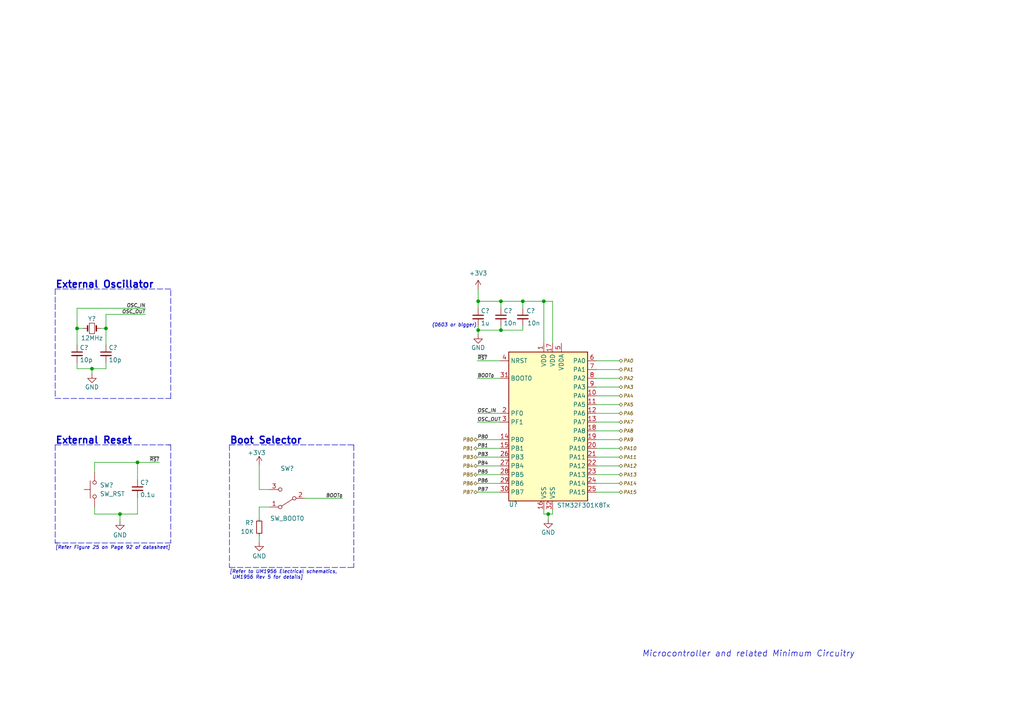
<source format=kicad_sch>
(kicad_sch (version 20211123) (generator eeschema)
  (paper "A4")
  (lib_symbols
    (symbol "Device:C_Small" (pin_numbers hide) (pin_names (offset 0.254) hide)
      (property "Reference" "C" (at 0.254 1.778 0))
      (property "Value" "C_Small" (at 0.254 -2.032 0))
      (symbol "C_Small_0_1"
        (polyline (pts (xy -1.524 -0.508) (xy 1.524 -0.508)) (stroke (width 0.3302)))
        (polyline (pts (xy -1.524 0.508) (xy 1.524 0.508)) (stroke (width 0.3048)))
      )
      (symbol "C_Small_1_1"
        (pin passive line (at 0 2.54 270) (length 2.032) (name "~") (number "1"))
        (pin passive line (at 0 -2.54 90) (length 2.032) (name "~") (number "2"))
      )
    )
    (symbol "Device:Crystal_Small" (pin_numbers hide) (pin_names (offset 1.016) hide)
      (property "Reference" "Y" (at 0 2.54 0))
      (property "Value" "Crystal_Small" (at 0 -2.54 0))
      (symbol "Crystal_Small_0_1"
        (rectangle (start -0.762 -1.524) (end 0.762 1.524))
        (polyline (pts (xy -1.27 -0.762) (xy -1.27 0.762)) (stroke (width 0.381)))
        (polyline (pts (xy 1.27 -0.762) (xy 1.27 0.762)) (stroke (width 0.381)))
      )
      (symbol "Crystal_Small_1_1"
        (pin passive line (at -2.54 0 0) (length 1.27) (name "1") (number "1"))
        (pin passive line (at 2.54 0 180) (length 1.27) (name "2") (number "2"))
      )
    )
    (symbol "Device:R_Small" (pin_numbers hide) (pin_names (offset 0.254) hide)
      (property "Reference" "R" (at 0.762 0.508 0))
      (property "Value" "R_Small" (at 0.762 -1.016 0))
      (symbol "R_Small_0_1"
        (rectangle (start -0.762 1.778) (end 0.762 -1.778) (stroke (width 0.2032)))
      )
      (symbol "R_Small_1_1"
        (pin passive line (at 0 2.54 270) (length 0.762) (name "~") (number "1"))
        (pin passive line (at 0 -2.54 90) (length 0.762) (name "~") (number "2"))
      )
    )
    (symbol "MCU_ST_STM32F3:STM32F301K8Tx"
      (property "Reference" "U" (at -12.7 21.59 0))
      (property "Value" "STM32F301K8Tx" (at 5.08 21.59 0))
      (symbol "STM32F301K8Tx_0_1"
        (rectangle (start -12.7 -22.86) (end 10.16 20.32) (stroke (width 0.254)) (fill (type background)))
      )
      (symbol "STM32F301K8Tx_1_1"
        (pin power_in line (at -2.54 22.86 270) (length 2.54) (name "VDD") (number "1"))
        (pin bidirectional line (at 12.7 7.62 180) (length 2.54) (name "PA4") (number "10"))
        (pin bidirectional line (at 12.7 5.08 180) (length 2.54) (name "PA5") (number "11"))
        (pin bidirectional line (at 12.7 2.54 180) (length 2.54) (name "PA6") (number "12"))
        (pin bidirectional line (at 12.7 0 180) (length 2.54) (name "PA7") (number "13"))
        (pin bidirectional line (at -15.24 -5.08 0) (length 2.54) (name "PB0") (number "14"))
        (pin bidirectional line (at -15.24 -7.62 0) (length 2.54) (name "PB1") (number "15"))
        (pin power_in line (at -2.54 -25.4 90) (length 2.54) (name "VSS") (number "16"))
        (pin power_in line (at 0 22.86 270) (length 2.54) (name "VDD") (number "17"))
        (pin bidirectional line (at 12.7 -2.54 180) (length 2.54) (name "PA8") (number "18"))
        (pin bidirectional line (at 12.7 -5.08 180) (length 2.54) (name "PA9") (number "19"))
        (pin input line (at -15.24 2.54 0) (length 2.54) (name "PF0") (number "2"))
        (pin bidirectional line (at 12.7 -7.62 180) (length 2.54) (name "PA10") (number "20"))
        (pin bidirectional line (at 12.7 -10.16 180) (length 2.54) (name "PA11") (number "21"))
        (pin bidirectional line (at 12.7 -12.7 180) (length 2.54) (name "PA12") (number "22"))
        (pin bidirectional line (at 12.7 -15.24 180) (length 2.54) (name "PA13") (number "23"))
        (pin bidirectional line (at 12.7 -17.78 180) (length 2.54) (name "PA14") (number "24"))
        (pin bidirectional line (at 12.7 -20.32 180) (length 2.54) (name "PA15") (number "25"))
        (pin bidirectional line (at -15.24 -10.16 0) (length 2.54) (name "PB3") (number "26"))
        (pin bidirectional line (at -15.24 -12.7 0) (length 2.54) (name "PB4") (number "27"))
        (pin bidirectional line (at -15.24 -15.24 0) (length 2.54) (name "PB5") (number "28"))
        (pin bidirectional line (at -15.24 -17.78 0) (length 2.54) (name "PB6") (number "29"))
        (pin input line (at -15.24 0 0) (length 2.54) (name "PF1") (number "3"))
        (pin bidirectional line (at -15.24 -20.32 0) (length 2.54) (name "PB7") (number "30"))
        (pin input line (at -15.24 12.7 0) (length 2.54) (name "BOOT0") (number "31"))
        (pin power_in line (at 0 -25.4 90) (length 2.54) (name "VSS") (number "32"))
        (pin input line (at -15.24 17.78 0) (length 2.54) (name "NRST") (number "4"))
        (pin power_in line (at 2.54 22.86 270) (length 2.54) (name "VDDA") (number "5"))
        (pin bidirectional line (at 12.7 17.78 180) (length 2.54) (name "PA0") (number "6"))
        (pin bidirectional line (at 12.7 15.24 180) (length 2.54) (name "PA1") (number "7"))
        (pin bidirectional line (at 12.7 12.7 180) (length 2.54) (name "PA2") (number "8"))
        (pin bidirectional line (at 12.7 10.16 180) (length 2.54) (name "PA3") (number "9"))
      )
    )
    (symbol "Switch:SW_Push" (pin_numbers hide) (pin_names (offset 1.016) hide)
      (property "Reference" "SW" (at 1.27 2.54 0))
      (property "Value" "SW_Push" (at 0 -1.524 0))
      (symbol "SW_Push_0_1"
        (circle (center -2.032 0) (radius 0.508))
        (polyline (pts (xy 0 1.27) (xy 0 3.048)))
        (polyline (pts (xy 2.54 1.27) (xy -2.54 1.27)))
        (circle (center 2.032 0) (radius 0.508))
        (pin passive line (at -5.08 0 0) (length 2.54) (name "1") (number "1"))
        (pin passive line (at 5.08 0 180) (length 2.54) (name "2") (number "2"))
      )
    )
    (symbol "Switch:SW_SPDT" (pin_names (offset 0) hide)
      (property "Reference" "SW" (at 0 4.318 0))
      (property "Value" "SW_SPDT" (at 0 -5.08 0))
      (symbol "SW_SPDT_0_0"
        (circle (center -2.032 0) (radius 0.508))
        (circle (center 2.032 -2.54) (radius 0.508))
      )
      (symbol "SW_SPDT_0_1"
        (polyline (pts (xy -1.524 0.254) (xy 1.651 2.286)))
        (circle (center 2.032 2.54) (radius 0.508))
      )
      (symbol "SW_SPDT_1_1"
        (pin passive line (at 5.08 2.54 180) (length 2.54) (name "A") (number "1"))
        (pin passive line (at -5.08 0 0) (length 2.54) (name "B") (number "2"))
        (pin passive line (at 5.08 -2.54 180) (length 2.54) (name "C") (number "3"))
      )
    )
    (symbol "power:+3V3" (power) (pin_names (offset 0))
      (property "Value" "+3V3" (at 0 3.556 0))
      (symbol "+3V3_0_1"
        (polyline (pts (xy -0.762 1.27) (xy 0 2.54)))
        (polyline (pts (xy 0 0) (xy 0 2.54)))
        (polyline (pts (xy 0 2.54) (xy 0.762 1.27)))
      )
      (symbol "+3V3_1_1"
        (pin power_in line (at 0 0 90) (length 0) hide (name "+3V3") (number "1"))
      )
    )
    (symbol "power:GND" (power) (pin_names (offset 0))
      (property "Value" "GND" (at 0 -3.81 0))
      (symbol "GND_0_1"
        (polyline (pts (xy 0 0) (xy 0 -1.27) (xy 1.27 -1.27) (xy 0 -2.54) (xy -1.27 -1.27) (xy 0 -1.27)))
      )
      (symbol "GND_1_1"
        (pin power_in line (at 0 0 270) (length 0) hide (name "GND") (number "1"))
      )
    )
  )
  (junction (at 151.638 87.376))
  (junction (at 34.798 149.098))
  (junction (at 145.288 87.376))
  (junction (at 138.684 95.758))
  (junction (at 39.878 134.112))
  (junction (at 30.734 95.25))
  (junction (at 145.288 95.758))
  (junction (at 159.004 149.098))
  (junction (at 26.67 106.934))
  (junction (at 157.734 87.376))
  (junction (at 22.352 95.25))
  (junction (at 138.684 87.376))
  (wire (pts (xy 24.13 95.25) (xy 22.352 95.25)))
  (wire (pts (xy 138.684 87.376) (xy 138.684 89.408)))
  (wire (pts (xy 78.232 147.066) (xy 75.184 147.066)))
  (polyline (pts (xy 49.53 115.57) (xy 49.53 83.82)))
  (wire (pts (xy 151.638 95.758) (xy 145.288 95.758)))
  (wire (pts (xy 179.578 114.808) (xy 172.974 114.808)))
  (polyline (pts (xy 16.002 129.032) (xy 49.53 129.032)))
  (wire (pts (xy 88.392 144.526) (xy 99.314 144.526)))
  (wire (pts (xy 78.232 141.986) (xy 75.184 141.986)))
  (wire (pts (xy 39.878 134.112) (xy 27.432 134.112)))
  (wire (pts (xy 34.798 151.13) (xy 34.798 149.098)))
  (wire (pts (xy 138.43 122.428) (xy 145.034 122.428)))
  (wire (pts (xy 145.034 132.588) (xy 138.43 132.588)))
  (wire (pts (xy 145.034 135.128) (xy 138.43 135.128)))
  (wire (pts (xy 160.274 149.098) (xy 159.004 149.098)))
  (wire (pts (xy 179.578 112.268) (xy 172.974 112.268)))
  (polyline (pts (xy 49.53 129.032) (xy 49.53 157.48)))
  (wire (pts (xy 138.684 95.758) (xy 138.684 97.028)))
  (wire (pts (xy 75.184 134.874) (xy 75.184 141.986)))
  (wire (pts (xy 159.004 150.622) (xy 159.004 149.098)))
  (wire (pts (xy 30.734 105.156) (xy 30.734 106.934)))
  (wire (pts (xy 145.034 137.668) (xy 138.43 137.668)))
  (polyline (pts (xy 102.616 129.032) (xy 102.616 164.592)))
  (wire (pts (xy 22.352 89.408) (xy 42.164 89.408)))
  (wire (pts (xy 39.878 139.192) (xy 39.878 134.112)))
  (wire (pts (xy 75.184 155.448) (xy 75.184 157.226)))
  (wire (pts (xy 179.578 132.588) (xy 172.974 132.588)))
  (polyline (pts (xy 102.616 129.032) (xy 102.616 129.286)))
  (wire (pts (xy 138.684 83.82) (xy 138.684 87.376)))
  (wire (pts (xy 22.352 106.934) (xy 22.352 105.156)))
  (wire (pts (xy 138.684 87.376) (xy 145.288 87.376)))
  (wire (pts (xy 145.034 119.888) (xy 138.43 119.888)))
  (wire (pts (xy 179.578 127.508) (xy 172.974 127.508)))
  (polyline (pts (xy 66.548 129.032) (xy 102.616 129.032)))
  (wire (pts (xy 145.034 127.508) (xy 138.43 127.508)))
  (wire (pts (xy 179.578 142.748) (xy 172.974 142.748)))
  (wire (pts (xy 179.578 124.968) (xy 172.974 124.968)))
  (wire (pts (xy 145.288 95.758) (xy 138.684 95.758)))
  (wire (pts (xy 34.798 149.098) (xy 39.878 149.098)))
  (wire (pts (xy 157.734 87.376) (xy 157.734 99.568)))
  (polyline (pts (xy 66.548 164.592) (xy 102.616 164.592)))
  (wire (pts (xy 26.67 108.458) (xy 26.67 106.934)))
  (wire (pts (xy 159.004 149.098) (xy 157.734 149.098)))
  (wire (pts (xy 157.734 87.376) (xy 160.274 87.376)))
  (wire (pts (xy 39.878 134.112) (xy 46.228 134.112)))
  (wire (pts (xy 151.638 87.376) (xy 151.638 89.408)))
  (wire (pts (xy 22.352 95.25) (xy 22.352 89.408)))
  (wire (pts (xy 145.288 94.488) (xy 145.288 95.758)))
  (wire (pts (xy 29.21 95.25) (xy 30.734 95.25)))
  (polyline (pts (xy 16.002 129.032) (xy 16.002 157.48)))
  (wire (pts (xy 151.638 87.376) (xy 157.734 87.376)))
  (wire (pts (xy 30.734 95.25) (xy 30.734 91.186)))
  (wire (pts (xy 27.432 134.112) (xy 27.432 136.906)))
  (wire (pts (xy 27.432 149.098) (xy 27.432 147.066)))
  (wire (pts (xy 30.734 91.186) (xy 42.164 91.186)))
  (wire (pts (xy 179.578 109.728) (xy 172.974 109.728)))
  (wire (pts (xy 172.974 104.648) (xy 179.578 104.648)))
  (wire (pts (xy 145.034 140.208) (xy 138.43 140.208)))
  (polyline (pts (xy 16.002 115.57) (xy 49.53 115.57)))
  (polyline (pts (xy 16.002 83.82) (xy 16.002 88.138)))
  (wire (pts (xy 160.274 99.568) (xy 160.274 87.376)))
  (wire (pts (xy 179.578 135.128) (xy 172.974 135.128)))
  (wire (pts (xy 145.034 142.748) (xy 138.43 142.748)))
  (wire (pts (xy 22.352 95.25) (xy 22.352 100.076)))
  (wire (pts (xy 179.578 119.888) (xy 172.974 119.888)))
  (wire (pts (xy 160.274 147.828) (xy 160.274 149.098)))
  (wire (pts (xy 30.734 95.25) (xy 30.734 100.076)))
  (wire (pts (xy 157.734 147.828) (xy 157.734 149.098)))
  (wire (pts (xy 75.184 147.066) (xy 75.184 150.368)))
  (polyline (pts (xy 16.002 157.48) (xy 16.764 157.48)))
  (wire (pts (xy 145.288 87.376) (xy 145.288 89.408)))
  (polyline (pts (xy 49.53 157.48) (xy 16.002 157.48)))
  (wire (pts (xy 138.684 94.488) (xy 138.684 95.758)))
  (wire (pts (xy 39.878 149.098) (xy 39.878 144.272)))
  (wire (pts (xy 179.578 107.188) (xy 172.974 107.188)))
  (wire (pts (xy 26.67 106.934) (xy 22.352 106.934)))
  (wire (pts (xy 179.578 122.428) (xy 172.974 122.428)))
  (wire (pts (xy 179.578 137.668) (xy 172.974 137.668)))
  (wire (pts (xy 179.578 130.048) (xy 172.974 130.048)))
  (wire (pts (xy 179.578 140.208) (xy 172.974 140.208)))
  (wire (pts (xy 145.034 104.648) (xy 138.43 104.648)))
  (wire (pts (xy 151.638 94.488) (xy 151.638 95.758)))
  (polyline (pts (xy 48.768 129.032) (xy 49.53 129.032)))
  (wire (pts (xy 30.734 106.934) (xy 26.67 106.934)))
  (wire (pts (xy 34.798 149.098) (xy 27.432 149.098)))
  (wire (pts (xy 145.288 87.376) (xy 151.638 87.376)))
  (wire (pts (xy 145.034 130.048) (xy 138.43 130.048)))
  (wire (pts (xy 179.578 117.348) (xy 172.974 117.348)))
  (polyline (pts (xy 66.548 129.032) (xy 66.548 164.592)))
  (polyline (pts (xy 16.002 88.138) (xy 16.002 115.57)))
  (wire (pts (xy 145.034 109.728) (xy 138.43 109.728)))
  (polyline (pts (xy 49.53 83.82) (xy 16.002 83.82)))
  (text "Microcontroller and related Minimum Circuitry" (at 186.182 190.754 0) (effects (font (size 1.75 1.75) italic) (justify left bottom)))
  (text "External Reset" (at 16.002 129.032 0) (effects (font (size 2 2) (thickness 0.4) bold) (justify left bottom)))
  (text "[Refer Figure 25 on Page 92 of datasheet]" (at 16.002 159.512 0) (effects (font (size 1 1) italic) (justify left bottom)))
  (text "External Oscillator" (at 16.002 83.82 0) (effects (font (size 2 2) (thickness 0.4) bold) (justify left bottom)))
  (text "(0603 or bigger)" (at 125.222 94.996 0) (effects (font (size 1 1) italic) (justify left bottom)))
  (text "Boot Selector" (at 66.548 129.032 0) (effects (font (size 2 2) (thickness 0.4) bold) (justify left bottom)))
  (text "[Refer to UM1956 Electrical schematics,\n UM1956 Rev 5 for details]" (at 66.548 168.148 0) (effects (font (size 1 1) italic) (justify left bottom)))
  (label "PB3" (at 138.43 132.588 0) (effects (font (size 1 1) italic)))
  (label "OSC_OUT" (at 138.43 122.428 0) (effects (font (size 1 1) italic)))
  (label "~{RST}" (at 46.228 134.112 180) (effects (font (size 1 1) italic)))
  (label "OSC_OUT" (at 42.164 91.186 180) (effects (font (size 1 1) italic)))
  (label "OSC_IN" (at 138.43 119.888 0) (effects (font (size 1 1) italic)))
  (label "PB4" (at 138.43 135.128 0) (effects (font (size 1 1) italic)))
  (label "PB7" (at 138.43 142.748 0) (effects (font (size 1 1) italic)))
  (label "PB1" (at 138.43 130.048 0) (effects (font (size 1 1) italic)))
  (label "PB5" (at 138.43 137.668 0) (effects (font (size 1 1) italic)))
  (label "PB0" (at 138.43 127.508 0) (effects (font (size 1 1) italic)))
  (label "~{RST}" (at 138.43 104.648 0) (effects (font (size 1 1) italic)))
  (label "BOOT_{0}" (at 99.314 144.526 180) (effects (font (size 1 1) italic)))
  (label "OSC_IN" (at 42.164 89.408 180) (effects (font (size 1 1) italic)))
  (label "BOOT_{0}" (at 138.43 109.728 0) (effects (font (size 1 1) italic)))
  (label "PB6" (at 138.43 140.208 0) (effects (font (size 1 1) italic)))
  (hierarchical_label "PB4" (shape bidirectional) (at 138.43 135.128 180) (effects (font (size 1 1) italic)))
  (hierarchical_label "PA14" (shape bidirectional) (at 179.578 140.208 0) (effects (font (size 1 1) italic)))
  (hierarchical_label "PA9" (shape bidirectional) (at 179.578 127.508 0) (effects (font (size 1 1) italic)))
  (hierarchical_label "PA8" (shape bidirectional) (at 179.578 124.968 0) (effects (font (size 1 1) italic)))
  (hierarchical_label "PB1" (shape bidirectional) (at 138.43 130.048 180) (effects (font (size 1 1) italic)))
  (hierarchical_label "PA7" (shape bidirectional) (at 179.578 122.428 0) (effects (font (size 1 1) italic)))
  (hierarchical_label "PB6" (shape bidirectional) (at 138.43 140.208 180) (effects (font (size 1 1) italic)))
  (hierarchical_label "PA13" (shape bidirectional) (at 179.578 137.668 0) (effects (font (size 1 1) italic)))
  (hierarchical_label "PB5" (shape bidirectional) (at 138.43 137.668 180) (effects (font (size 1 1) italic)))
  (hierarchical_label "PA1" (shape bidirectional) (at 179.578 107.188 0) (effects (font (size 1 1) italic)))
  (hierarchical_label "PB3" (shape bidirectional) (at 138.43 132.588 180) (effects (font (size 1 1) italic)))
  (hierarchical_label "PA10" (shape bidirectional) (at 179.578 130.048 0) (effects (font (size 1 1) italic)))
  (hierarchical_label "PA2" (shape bidirectional) (at 179.578 109.728 0) (effects (font (size 1 1) italic)))
  (hierarchical_label "PB0" (shape bidirectional) (at 138.43 127.508 180) (effects (font (size 1 1) italic)))
  (hierarchical_label "PA5" (shape bidirectional) (at 179.578 117.348 0) (effects (font (size 1 1) italic)))
  (hierarchical_label "PA12" (shape bidirectional) (at 179.578 135.128 0) (effects (font (size 1 1) italic)))
  (hierarchical_label "PA3" (shape bidirectional) (at 179.578 112.268 0) (effects (font (size 1 1) italic)))
  (hierarchical_label "PA6" (shape bidirectional) (at 179.578 119.888 0) (effects (font (size 1 1) italic)))
  (hierarchical_label "PA15" (shape bidirectional) (at 179.578 142.748 0) (effects (font (size 1 1) italic)))
  (hierarchical_label "PB7" (shape bidirectional) (at 138.43 142.748 180) (effects (font (size 1 1) italic)))
  (hierarchical_label "PA4" (shape bidirectional) (at 179.578 114.808 0) (effects (font (size 1 1) italic)))
  (hierarchical_label "PA11" (shape bidirectional) (at 179.578 132.588 0) (effects (font (size 1 1) italic)))
  (hierarchical_label "PA0" (shape bidirectional) (at 179.578 104.648 0) (effects (font (size 1 1) italic)))
  (symbol (lib_id "Device:C_Small") (at 138.684 91.948 0) (unit 1)
    (property "Reference" "C?" (at 139.446 90.17 0) (effects (justify left)))
    (property "Value" "1u" (at 139.446 93.726 0) (effects (justify left)))
  )
  (symbol (lib_id "power:GND") (at 75.184 157.226 0) (unit 1)
    (property "Reference" "#PWR?" (effects hide))
    (property "Value" "GND" (at 75.184 161.29 0))
  )
  (symbol (lib_id "Device:R_Small") (at 75.184 152.908 0) (mirror x) (unit 1)
    (property "Reference" "R?" (at 73.66 151.6379 0) (effects (justify right)))
    (property "Value" "10K" (at 73.66 154.1779 0) (effects (justify right)))
  )
  (symbol (lib_id "power:GND") (at 159.004 150.622 0) (unit 1)
    (property "Reference" "#PWR?" (effects hide))
    (property "Value" "GND" (at 159.004 154.432 0))
  )
  (symbol (lib_id "power:GND") (at 26.67 108.458 0) (unit 1)
    (property "Reference" "#PWR?" (effects hide))
    (property "Value" "GND" (at 26.67 112.268 0))
  )
  (symbol (lib_id "power:+3V3") (at 138.684 83.82 0) (unit 1)
    (property "Reference" "#PWR?" (effects hide))
    (property "Value" "+3V3" (at 138.684 79.248 0))
  )
  (symbol (lib_id "Device:C_Small") (at 39.878 141.732 0) (unit 1)
    (property "Reference" "C?" (at 40.64 139.954 0) (effects (justify left)))
    (property "Value" "0.1u" (at 40.64 143.51 0) (effects (justify left)))
  )
  (symbol (lib_id "Switch:SW_SPDT") (at 83.312 144.526 180) (unit 1)
    (property "Reference" "SW?" (at 83.312 135.89 0))
    (property "Value" "SW_BOOT0" (at 83.312 150.368 0))
  )
  (symbol (lib_id "power:GND") (at 34.798 151.13 0) (unit 1)
    (property "Reference" "#PWR?" (effects hide))
    (property "Value" "GND" (at 34.798 155.194 0))
  )
  (symbol (lib_id "power:GND") (at 138.684 97.028 0) (unit 1)
    (property "Reference" "#PWR?" (effects hide))
    (property "Value" "GND" (at 138.684 100.838 0))
  )
  (symbol (lib_id "power:+3V3") (at 75.184 134.874 0) (unit 1)
    (property "Reference" "#PWR?" (effects hide))
    (property "Value" "+3V3" (at 74.422 131.318 0))
  )
  (symbol (lib_id "Switch:SW_Push") (at 27.432 141.986 90) (unit 1)
    (property "Reference" "SW?" (at 28.956 140.7159 90) (effects (justify right)))
    (property "Value" "SW_RST" (at 28.956 143.2559 90) (effects (justify right)))
  )
  (symbol (lib_id "Device:C_Small") (at 22.352 102.616 0) (unit 1)
    (property "Reference" "C?" (at 23.114 100.838 0) (effects (justify left)))
    (property "Value" "10p" (at 23.114 104.394 0) (effects (justify left)))
  )
  (symbol (lib_id "Device:C_Small") (at 30.734 102.616 0) (unit 1)
    (property "Reference" "C?" (at 31.496 100.838 0) (effects (justify left)))
    (property "Value" "10p" (at 31.496 104.394 0) (effects (justify left)))
  )
  (symbol (lib_id "MCU_ST_STM32F3:STM32F301K8Tx") (at 160.274 122.428 0) (unit 1)
    (property "Reference" "U?" (at 147.574 146.304 0) (effects (justify left)))
    (property "Value" "STM32F301K8Tx" (at 161.544 146.558 0) (effects (justify left)))
    (property "Footprint" "Package_QFP:LQFP-32_7x7mm_P0.8mm" (effects hide))
    (property "Datasheet" "http://www.st.com/st-web-ui/static/active/en/resource/technical/document/datasheet/DM00093332.pdf" (effects hide))
  )
  (symbol (lib_id "Device:Crystal_Small") (at 26.67 95.25 0) (unit 1)
    (property "Reference" "Y?" (at 26.67 92.456 0))
    (property "Value" "12MHz" (at 26.67 98.044 0))
  )
  (symbol (lib_id "Device:C_Small") (at 151.638 91.948 0) (unit 1)
    (property "Reference" "C?" (at 152.654 90.17 0) (effects (justify left)))
    (property "Value" "10n" (at 152.908 93.726 0) (effects (justify left)))
  )
  (symbol (lib_id "Device:C_Small") (at 145.288 91.948 0) (unit 1)
    (property "Reference" "C?" (at 146.05 90.17 0) (effects (justify left)))
    (property "Value" "10n" (at 146.05 93.726 0) (effects (justify left)))
  )
)
</source>
